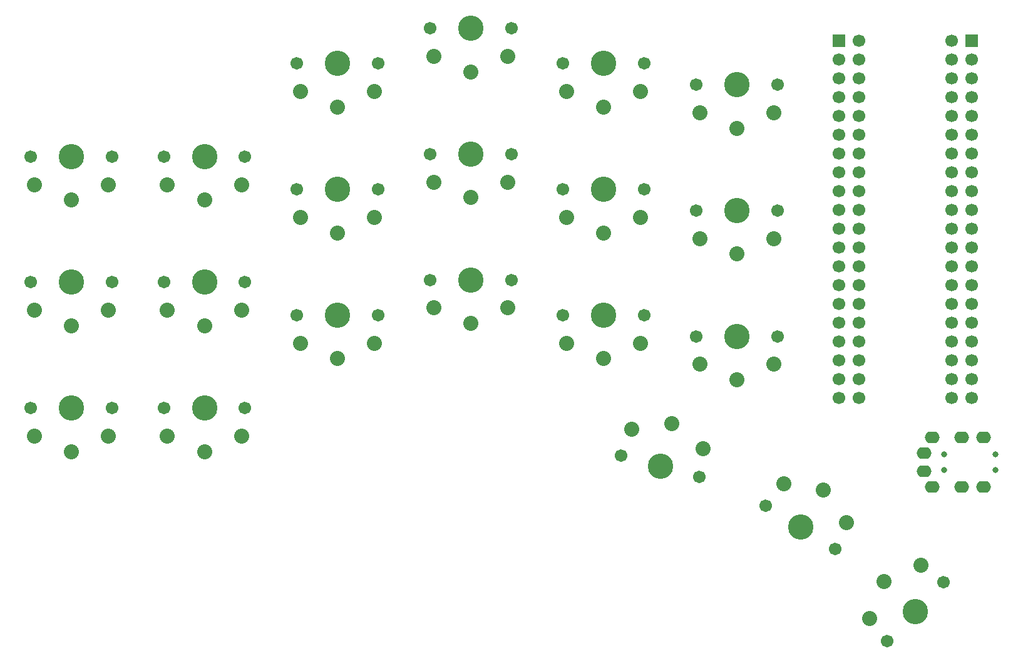
<source format=gbs>
%TF.GenerationSoftware,KiCad,Pcbnew,9.0.4*%
%TF.CreationDate,2025-09-18T00:08:17-03:00*%
%TF.ProjectId,KalyPCB,4b616c79-5043-4422-9e6b-696361645f70,v1.0.0*%
%TF.SameCoordinates,Original*%
%TF.FileFunction,Soldermask,Bot*%
%TF.FilePolarity,Negative*%
%FSLAX46Y46*%
G04 Gerber Fmt 4.6, Leading zero omitted, Abs format (unit mm)*
G04 Created by KiCad (PCBNEW 9.0.4) date 2025-09-18 00:08:17*
%MOMM*%
%LPD*%
G01*
G04 APERTURE LIST*
%ADD10C,1.701800*%
%ADD11C,3.429000*%
%ADD12C,2.032000*%
%ADD13R,1.700000X1.700000*%
%ADD14C,1.700000*%
%ADD15C,0.800000*%
%ADD16O,2.000000X1.600000*%
G04 APERTURE END LIST*
D10*
%TO.C,S8*%
X63500000Y-43500000D03*
D11*
X58000000Y-43500000D03*
D10*
X52500000Y-43500000D03*
D12*
X63000000Y-47300000D03*
X53000000Y-47300000D03*
X58000000Y-49400000D03*
X58000000Y-49400000D03*
%TD*%
D10*
%TO.C,S20*%
X115938462Y-86226324D03*
D11*
X120602727Y-89140880D03*
D10*
X125266992Y-92055436D03*
D12*
X118376180Y-83268701D03*
X126856661Y-88567894D03*
X123729251Y-84137396D03*
X123729251Y-84137396D03*
%TD*%
D10*
%TO.C,S10*%
X81500000Y-55740000D03*
D11*
X76000000Y-55740000D03*
D10*
X70500000Y-55740000D03*
D12*
X81000000Y-59540000D03*
X71000000Y-59540000D03*
X76000000Y-61640000D03*
X76000000Y-61640000D03*
%TD*%
D10*
%TO.C,S13*%
X99500000Y-60500000D03*
D11*
X94000000Y-60500000D03*
D10*
X88500000Y-60500000D03*
D12*
X99000000Y-64300000D03*
X89000000Y-64300000D03*
X94000000Y-66400000D03*
X94000000Y-66400000D03*
%TD*%
D10*
%TO.C,S4*%
X45500000Y-73070000D03*
D11*
X40000000Y-73070000D03*
D10*
X34500000Y-73070000D03*
D12*
X45000000Y-76870000D03*
X35000000Y-76870000D03*
X40000000Y-78970000D03*
X40000000Y-78970000D03*
%TD*%
D13*
%TO.C,*%
X125840000Y-23460000D03*
X143740000Y-23440000D03*
D14*
X125840000Y-26000000D03*
X143740000Y-25980000D03*
X125840000Y-28540000D03*
X143740000Y-28520000D03*
X125840000Y-31080000D03*
X143740000Y-31060000D03*
X125840000Y-33620000D03*
X143740000Y-33600000D03*
X125840000Y-36160000D03*
X143740000Y-36140000D03*
X125840000Y-38700000D03*
X143740000Y-38680000D03*
X125840000Y-41240000D03*
X143740000Y-41220000D03*
X125840000Y-43780000D03*
X143740000Y-43760000D03*
X125840000Y-46320000D03*
X143740000Y-46300000D03*
X125840000Y-48860000D03*
X143740000Y-48840000D03*
X125840000Y-51400000D03*
X143740000Y-51380000D03*
X125840000Y-53940000D03*
X143740000Y-53920000D03*
X125840000Y-56480000D03*
X143740000Y-56460000D03*
X125840000Y-59020000D03*
X143740000Y-59000000D03*
X125840000Y-61560000D03*
X143740000Y-61540000D03*
X125840000Y-64100000D03*
X143740000Y-64080000D03*
X125840000Y-66640000D03*
X143740000Y-66620000D03*
X125840000Y-69180000D03*
X143740000Y-69160000D03*
X125840000Y-71720000D03*
X143740000Y-71700000D03*
X128500000Y-71700000D03*
X141080000Y-71720000D03*
X128500000Y-69160000D03*
X141080000Y-69180000D03*
X128500000Y-66620000D03*
X141080000Y-66640000D03*
X128500000Y-64080000D03*
X141080000Y-64100000D03*
X128500000Y-61540000D03*
X141080000Y-61560000D03*
X128500000Y-59000000D03*
X141080000Y-59020000D03*
X128500000Y-56460000D03*
X141080000Y-56480000D03*
X128500000Y-53920000D03*
X141080000Y-53940000D03*
X128500000Y-51380000D03*
X141080000Y-51400000D03*
X128500000Y-48840000D03*
X141080000Y-48860000D03*
X128500000Y-46300000D03*
X141080000Y-46320000D03*
X128500000Y-43760000D03*
X141080000Y-43780000D03*
X128500000Y-41220000D03*
X141080000Y-41240000D03*
X128500000Y-38680000D03*
X141080000Y-38700000D03*
X128500000Y-36140000D03*
X141080000Y-36160000D03*
X128500000Y-33600000D03*
X141080000Y-33620000D03*
X128500000Y-31060000D03*
X141080000Y-31080000D03*
X128500000Y-28520000D03*
X141080000Y-28540000D03*
X128500000Y-25980000D03*
X141080000Y-26000000D03*
X128500000Y-23440000D03*
X141080000Y-23460000D03*
%TD*%
D10*
%TO.C,S21*%
X132306591Y-104520659D03*
D11*
X136127212Y-100564290D03*
D10*
X139947833Y-96607921D03*
D12*
X129920429Y-101521287D03*
X136867013Y-94327889D03*
X131883107Y-96465806D03*
X131883107Y-96465806D03*
%TD*%
D10*
%TO.C,S5*%
X45500000Y-56070000D03*
D11*
X40000000Y-56070000D03*
D10*
X34500000Y-56070000D03*
D12*
X45000000Y-59870000D03*
X35000000Y-59870000D03*
X40000000Y-61970000D03*
X40000000Y-61970000D03*
%TD*%
D10*
%TO.C,S19*%
X96337408Y-79476495D03*
D11*
X101650000Y-80900000D03*
D10*
X106962592Y-82323505D03*
D12*
X97803883Y-75935387D03*
X107463142Y-78523577D03*
X103177032Y-75201038D03*
X103177032Y-75201038D03*
%TD*%
D10*
%TO.C,S15*%
X99500000Y-26500000D03*
D11*
X94000000Y-26500000D03*
D10*
X88500000Y-26500000D03*
D12*
X99000000Y-30300000D03*
X89000000Y-30300000D03*
X94000000Y-32400000D03*
X94000000Y-32400000D03*
%TD*%
D10*
%TO.C,S1*%
X27500000Y-73070000D03*
D11*
X22000000Y-73070000D03*
D10*
X16500000Y-73070000D03*
D12*
X27000000Y-76870000D03*
X17000000Y-76870000D03*
X22000000Y-78970000D03*
X22000000Y-78970000D03*
%TD*%
D10*
%TO.C,S18*%
X117500000Y-29360000D03*
D11*
X112000000Y-29360000D03*
D10*
X106500000Y-29360000D03*
D12*
X117000000Y-33160000D03*
X107000000Y-33160000D03*
X112000000Y-35260000D03*
X112000000Y-35260000D03*
%TD*%
D15*
%TO.C,J1*%
X146990000Y-79320000D03*
X139990000Y-79320000D03*
X146990000Y-81420000D03*
X139990000Y-81420000D03*
D16*
X137290000Y-79120000D03*
X137290000Y-81620000D03*
X138390000Y-77020000D03*
X138390000Y-83720000D03*
X142390000Y-77020000D03*
X145390000Y-83720000D03*
X145390000Y-77020000D03*
X142390000Y-83720000D03*
%TD*%
D10*
%TO.C,S11*%
X81500000Y-38740000D03*
D11*
X76000000Y-38740000D03*
D10*
X70500000Y-38740000D03*
D12*
X81000000Y-42540000D03*
X71000000Y-42540000D03*
X76000000Y-44640000D03*
X76000000Y-44640000D03*
%TD*%
D10*
%TO.C,S9*%
X63500000Y-26500000D03*
D11*
X58000000Y-26500000D03*
D10*
X52500000Y-26500000D03*
D12*
X63000000Y-30300000D03*
X53000000Y-30300000D03*
X58000000Y-32400000D03*
X58000000Y-32400000D03*
%TD*%
D10*
%TO.C,S6*%
X45500000Y-39070000D03*
D11*
X40000000Y-39070000D03*
D10*
X34500000Y-39070000D03*
D12*
X45000000Y-42870000D03*
X35000000Y-42870000D03*
X40000000Y-44970000D03*
X40000000Y-44970000D03*
%TD*%
D10*
%TO.C,S14*%
X99500000Y-43500000D03*
D11*
X94000000Y-43500000D03*
D10*
X88500000Y-43500000D03*
D12*
X99000000Y-47300000D03*
X89000000Y-47300000D03*
X94000000Y-49400000D03*
X94000000Y-49400000D03*
%TD*%
D10*
%TO.C,S12*%
X81500000Y-21740000D03*
D11*
X76000000Y-21740000D03*
D10*
X70500000Y-21740000D03*
D12*
X81000000Y-25540000D03*
X71000000Y-25540000D03*
X76000000Y-27640000D03*
X76000000Y-27640000D03*
%TD*%
D10*
%TO.C,S16*%
X117500000Y-63360000D03*
D11*
X112000000Y-63360000D03*
D10*
X106500000Y-63360000D03*
D12*
X117000000Y-67160000D03*
X107000000Y-67160000D03*
X112000000Y-69260000D03*
X112000000Y-69260000D03*
%TD*%
D10*
%TO.C,S3*%
X27500000Y-39070000D03*
D11*
X22000000Y-39070000D03*
D10*
X16500000Y-39070000D03*
D12*
X27000000Y-42870000D03*
X17000000Y-42870000D03*
X22000000Y-44970000D03*
X22000000Y-44970000D03*
%TD*%
D10*
%TO.C,S2*%
X27500000Y-56070000D03*
D11*
X22000000Y-56070000D03*
D10*
X16500000Y-56070000D03*
D12*
X27000000Y-59870000D03*
X17000000Y-59870000D03*
X22000000Y-61970000D03*
X22000000Y-61970000D03*
%TD*%
D10*
%TO.C,S17*%
X117500000Y-46360000D03*
D11*
X112000000Y-46360000D03*
D10*
X106500000Y-46360000D03*
D12*
X117000000Y-50160000D03*
X107000000Y-50160000D03*
X112000000Y-52260000D03*
X112000000Y-52260000D03*
%TD*%
D10*
%TO.C,S7*%
X63500000Y-60500000D03*
D11*
X58000000Y-60500000D03*
D10*
X52500000Y-60500000D03*
D12*
X63000000Y-64300000D03*
X53000000Y-64300000D03*
X58000000Y-66400000D03*
X58000000Y-66400000D03*
%TD*%
M02*

</source>
